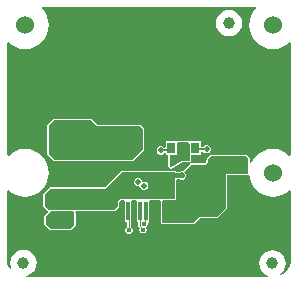
<source format=gtl>
G04*
G04 #@! TF.GenerationSoftware,Altium Limited,Altium Designer,23.4.1 (23)*
G04*
G04 Layer_Physical_Order=1*
G04 Layer_Color=255*
%FSLAX44Y44*%
%MOMM*%
G71*
G04*
G04 #@! TF.SameCoordinates,EFB48218-AA6A-4B24-80ED-B411BF601C35*
G04*
G04*
G04 #@! TF.FilePolarity,Positive*
G04*
G01*
G75*
%ADD11C,0.2000*%
%ADD12R,2.8000X0.5500*%
%ADD13R,1.1500X1.0000*%
%ADD14R,0.7500X0.9500*%
%ADD15R,2.8000X2.0500*%
%ADD16R,2.6000X0.9500*%
%ADD17R,1.0000X0.9000*%
%ADD18R,0.9500X2.6000*%
%ADD19R,2.4000X2.4000*%
%ADD20R,0.3000X1.6000*%
%ADD21R,2.4000X2.4000*%
%ADD37C,1.0000*%
%ADD38R,2.8000X1.0000*%
%ADD39C,0.4000*%
%ADD40C,0.3000*%
%ADD41C,0.1016*%
%ADD42C,1.5240*%
%ADD43C,0.4100*%
%ADD44C,0.5080*%
G36*
X90532Y139867D02*
X90663Y139136D01*
X88248Y136193D01*
X86387Y132710D01*
X85240Y128931D01*
X84853Y125000D01*
X85240Y121069D01*
X86387Y117290D01*
X88248Y113807D01*
X90754Y110754D01*
X93807Y108248D01*
X97290Y106387D01*
X101069Y105240D01*
X105000Y104853D01*
X108930Y105240D01*
X112710Y106387D01*
X116193Y108248D01*
X118826Y110409D01*
X120096Y109854D01*
X120096Y15145D01*
X118826Y14591D01*
X116193Y16752D01*
X112710Y18613D01*
X108930Y19760D01*
X105000Y20147D01*
X101069Y19760D01*
X97290Y18613D01*
X93807Y16752D01*
X90754Y14246D01*
X88248Y11193D01*
X86602Y8114D01*
X85332Y8432D01*
Y12250D01*
X85015Y13015D01*
X85015Y13015D01*
X83265Y14765D01*
X82500Y15082D01*
X52750D01*
X52750Y15082D01*
X51985Y14765D01*
X51985Y14765D01*
X48985Y11765D01*
X48668Y11000D01*
Y9198D01*
X47552Y8082D01*
X36396D01*
X36000Y8083D01*
X35899Y8120D01*
X35358Y9353D01*
X35582Y9895D01*
Y15250D01*
X44000D01*
Y17961D01*
X46033D01*
X46995Y16999D01*
X48296Y16460D01*
X49704D01*
X51005Y16999D01*
X52001Y17995D01*
X52540Y19296D01*
Y20704D01*
X52001Y22005D01*
X51005Y23001D01*
X49704Y23540D01*
X48296D01*
X46995Y23001D01*
X46033Y22039D01*
X44000D01*
Y26750D01*
X34500D01*
X34500Y26750D01*
X33245Y26786D01*
X33015Y27015D01*
X32250Y27332D01*
X24500D01*
X24500Y27332D01*
X23735Y27015D01*
X23469Y26750D01*
X14000D01*
Y21612D01*
X12730Y21276D01*
X12005Y22001D01*
X10704Y22540D01*
X9296D01*
X7995Y22001D01*
X6999Y21005D01*
X6460Y19704D01*
Y18296D01*
X6999Y16995D01*
X7995Y15999D01*
X9296Y15460D01*
X10704D01*
X12005Y15999D01*
X12730Y16724D01*
X14000Y16388D01*
Y15250D01*
X16418D01*
Y5251D01*
X16472Y5120D01*
X16452Y4980D01*
X16625Y4751D01*
X16735Y4485D01*
X16865Y4431D01*
X16951Y4318D01*
X18045Y3673D01*
X18185Y3654D01*
X18295Y3566D01*
X18581Y3598D01*
X18865Y3558D01*
X18978Y3643D01*
X19118Y3659D01*
X20095Y4200D01*
X20107D01*
X21228Y4664D01*
X21592Y5029D01*
X28425Y8813D01*
X34111D01*
X34500Y8813D01*
X34606Y8775D01*
X35009Y7540D01*
X34852Y7383D01*
X28989Y1520D01*
X28454Y1290D01*
X27046D01*
X25884Y809D01*
X22808D01*
X22515Y1515D01*
X21750Y1832D01*
X-22750D01*
X-22750Y1832D01*
X-23515Y1515D01*
X-23515Y1515D01*
X-37448Y-12418D01*
X-84000D01*
X-84765Y-12735D01*
X-84765Y-12735D01*
X-89015Y-16985D01*
X-89332Y-17750D01*
Y-28000D01*
X-89332Y-28000D01*
X-89015Y-28765D01*
X-86054Y-31727D01*
X-85846Y-32995D01*
X-85875Y-33345D01*
X-88265Y-35735D01*
X-88582Y-36500D01*
Y-43250D01*
X-88265Y-44015D01*
X-88265Y-44015D01*
X-84015Y-48265D01*
X-83250Y-48582D01*
X-66750D01*
X-66750Y-48582D01*
X-65985Y-48265D01*
X-62485Y-44765D01*
X-62168Y-44000D01*
Y-33750D01*
X-62168Y-33750D01*
X-62229Y-33602D01*
X-61724Y-32569D01*
X-61477Y-32332D01*
X-29500D01*
X-29500Y-32332D01*
X-28735Y-32015D01*
X-25485Y-28765D01*
X-25168Y-28000D01*
Y-24448D01*
X-24052Y-23332D01*
X-21191D01*
X-19995Y-23510D01*
X-19995Y-24602D01*
Y-41510D01*
X-18880D01*
Y-46316D01*
X-19586Y-47022D01*
X-20050Y-48143D01*
Y-49357D01*
X-19586Y-50478D01*
X-18728Y-51336D01*
X-17607Y-51800D01*
X-16393D01*
X-15272Y-51336D01*
X-14414Y-50478D01*
X-13950Y-49357D01*
Y-48143D01*
X-14414Y-47022D01*
X-15272Y-46164D01*
X-15615Y-46022D01*
Y-41510D01*
X-14995D01*
X-14995Y-23510D01*
X-13799Y-23332D01*
X-11191D01*
X-9995Y-23510D01*
X-9995Y-24602D01*
Y-41510D01*
X-9127D01*
Y-44946D01*
X-8649Y-46100D01*
X-7869Y-46880D01*
X-8096Y-47428D01*
Y-48642D01*
X-7632Y-49763D01*
X-6774Y-50620D01*
X-5653Y-51085D01*
X-4439D01*
X-3318Y-50620D01*
X-2460Y-49763D01*
X-1996Y-48642D01*
Y-47428D01*
X-2460Y-46307D01*
X-2333Y-45666D01*
X-2138Y-45586D01*
X-1280Y-44728D01*
X-816Y-43607D01*
Y-42393D01*
X-226Y-41510D01*
X5D01*
X5Y-23510D01*
X1201Y-23332D01*
X8809D01*
X9344Y-23412D01*
X9918Y-24500D01*
Y-41500D01*
X9918Y-41500D01*
X10235Y-42265D01*
X10235Y-42265D01*
X11235Y-43265D01*
X12000Y-43582D01*
X37500D01*
X37500Y-43583D01*
X38265Y-43265D01*
X38266Y-43265D01*
X43448Y-38082D01*
X57750D01*
X58515Y-37765D01*
X58515Y-37765D01*
X66015Y-30265D01*
X66332Y-29500D01*
Y-2082D01*
X83750D01*
X83750Y-2082D01*
X83781Y-2070D01*
X85130Y-2810D01*
X85240Y-3930D01*
X86387Y-7710D01*
X88248Y-11193D01*
X90754Y-14246D01*
X93807Y-16752D01*
X97290Y-18613D01*
X101069Y-19760D01*
X105000Y-20147D01*
X108930Y-19760D01*
X112710Y-18613D01*
X116193Y-16752D01*
X118826Y-14591D01*
X120096Y-15145D01*
X120096Y-73309D01*
X120096Y-73310D01*
X120096D01*
X120014Y-74546D01*
X119845Y-76263D01*
X118984Y-79102D01*
X117585Y-81719D01*
X115703Y-84013D01*
X113409Y-85895D01*
X111873Y-86716D01*
X111182Y-85645D01*
X112434Y-84684D01*
X114218Y-82360D01*
X115339Y-79654D01*
X115721Y-76750D01*
X115339Y-73846D01*
X114218Y-71139D01*
X112434Y-68816D01*
X110111Y-67032D01*
X107404Y-65911D01*
X104500Y-65529D01*
X101596Y-65911D01*
X98890Y-67032D01*
X96566Y-68816D01*
X94782Y-71139D01*
X93661Y-73846D01*
X93279Y-76750D01*
X93661Y-79654D01*
X94782Y-82360D01*
X96566Y-84684D01*
X98890Y-86468D01*
X100503Y-87136D01*
X100250Y-88406D01*
X-103622D01*
X-103705Y-87136D01*
X-103346Y-87089D01*
X-100639Y-85968D01*
X-98316Y-84184D01*
X-96532Y-81861D01*
X-95411Y-79154D01*
X-95029Y-76250D01*
X-95411Y-73346D01*
X-96532Y-70640D01*
X-98316Y-68316D01*
X-100639Y-66532D01*
X-103346Y-65411D01*
X-106250Y-65029D01*
X-109154Y-65411D01*
X-111861Y-66532D01*
X-114184Y-68316D01*
X-115968Y-70640D01*
X-117089Y-73346D01*
X-117471Y-76250D01*
X-117089Y-79154D01*
X-116636Y-80248D01*
X-117598Y-81243D01*
X-117900Y-81129D01*
X-118984Y-79102D01*
X-119845Y-76263D01*
X-120123Y-73445D01*
X-120096Y-73310D01*
Y-15146D01*
X-118826Y-14591D01*
X-116193Y-16752D01*
X-112710Y-18613D01*
X-108931Y-19760D01*
X-105000Y-20147D01*
X-101069Y-19760D01*
X-97290Y-18613D01*
X-93807Y-16752D01*
X-90754Y-14246D01*
X-88248Y-11193D01*
X-86387Y-7710D01*
X-85240Y-3930D01*
X-84853Y0D01*
X-85240Y3930D01*
X-86387Y7710D01*
X-88248Y11193D01*
X-90754Y14246D01*
X-93807Y16752D01*
X-97290Y18613D01*
X-101069Y19760D01*
X-105000Y20147D01*
X-108931Y19760D01*
X-112710Y18613D01*
X-116193Y16752D01*
X-118826Y14591D01*
X-120096Y15146D01*
Y109854D01*
X-118826Y110409D01*
X-116193Y108248D01*
X-112710Y106387D01*
X-108931Y105240D01*
X-105000Y104853D01*
X-101069Y105240D01*
X-97290Y106387D01*
X-93807Y108248D01*
X-90754Y110754D01*
X-88248Y113807D01*
X-86387Y117290D01*
X-85240Y121069D01*
X-84853Y125000D01*
X-85240Y128931D01*
X-86387Y132710D01*
X-88248Y136193D01*
X-90663Y139136D01*
X-90532Y139867D01*
X-90339Y140406D01*
X90339D01*
X90532Y139867D01*
D02*
G37*
G36*
X34500Y24000D02*
Y15250D01*
Y9895D01*
X28145D01*
X18594Y4606D01*
X17500Y5251D01*
Y15250D01*
X23750D01*
Y25500D01*
X24500Y26250D01*
X32250D01*
X34500Y24000D01*
D02*
G37*
G36*
X84250Y12250D02*
Y-500D01*
X83750Y-1000D01*
X65250D01*
Y-29500D01*
X57750Y-37000D01*
X43000D01*
X37500Y-42500D01*
X12000D01*
X11000Y-41500D01*
Y-24500D01*
X12168Y-23332D01*
X21750D01*
X22515Y-23015D01*
X22832Y-22250D01*
Y-6168D01*
X23691Y-5309D01*
X25884D01*
X27046Y-5790D01*
X28454D01*
X29755Y-5251D01*
X30751Y-4255D01*
X31290Y-2954D01*
Y-1546D01*
X30751Y-245D01*
X29755Y751D01*
X29755Y755D01*
X36000Y7000D01*
X48000D01*
X49750Y8750D01*
Y11000D01*
X52750Y14000D01*
X82500D01*
X84250Y12250D01*
D02*
G37*
G36*
X21750Y-22250D02*
X-24500D01*
X-26250Y-24000D01*
Y-28000D01*
X-29500Y-31250D01*
X-85000D01*
X-88250Y-28000D01*
Y-17750D01*
X-84000Y-13500D01*
X-37000D01*
X-22750Y750D01*
X21750D01*
Y-22250D01*
D02*
G37*
G36*
X-63250Y-33750D02*
Y-44000D01*
X-66750Y-47500D01*
X-83250D01*
X-87500Y-43250D01*
Y-36500D01*
X-83332Y-32332D01*
X-64668D01*
X-63250Y-33750D01*
D02*
G37*
%LPC*%
G36*
X67750Y137971D02*
X64846Y137589D01*
X62140Y136468D01*
X59816Y134684D01*
X58032Y132360D01*
X56911Y129654D01*
X56529Y126750D01*
X56911Y123846D01*
X58032Y121139D01*
X59816Y118816D01*
X62140Y117032D01*
X64846Y115911D01*
X67750Y115529D01*
X70654Y115911D01*
X73361Y117032D01*
X75684Y118816D01*
X77468Y121139D01*
X78589Y123846D01*
X78971Y126750D01*
X78589Y129654D01*
X77468Y132360D01*
X75684Y134684D01*
X73361Y136468D01*
X70654Y137589D01*
X67750Y137971D01*
D02*
G37*
G36*
X-80750Y45582D02*
X-81515Y45265D01*
Y45265D01*
X-85765Y41015D01*
X-85765Y41015D01*
X-86082Y40250D01*
Y15647D01*
X-85765Y14882D01*
X-85765Y14882D01*
X-81368Y10485D01*
X-81368Y10485D01*
X-80603Y10168D01*
X-13500D01*
X-12735Y10485D01*
X-12735Y10485D01*
X-4235Y18985D01*
X-3918Y19750D01*
Y37000D01*
X-3918Y37000D01*
X-4235Y37765D01*
X-6985Y40515D01*
X-7750Y40832D01*
X-43802D01*
X-48235Y45265D01*
X-49000Y45582D01*
X-80750D01*
X-80750Y45582D01*
D02*
G37*
%LPD*%
G36*
X-44250Y39750D02*
X-7750D01*
X-5000Y37000D01*
Y19750D01*
X-13500Y11250D01*
X-80603D01*
X-85000Y15647D01*
Y40250D01*
X-80750Y44500D01*
X-49000D01*
X-44250Y39750D01*
D02*
G37*
%LPC*%
G36*
X-8546Y-4210D02*
X-9954D01*
X-11255Y-4749D01*
X-12251Y-5745D01*
X-12790Y-7046D01*
Y-8454D01*
X-12251Y-9755D01*
X-11255Y-10751D01*
X-9954Y-11290D01*
X-8546D01*
X-7348Y-12168D01*
X-7001Y-13005D01*
X-6005Y-14001D01*
X-4704Y-14540D01*
X-3296D01*
X-1995Y-14001D01*
X-999Y-13005D01*
X-460Y-11704D01*
Y-10296D01*
X-999Y-8995D01*
X-1995Y-7999D01*
X-3296Y-7460D01*
X-4704D01*
X-4942Y-7559D01*
X-5710Y-7046D01*
X-6249Y-5745D01*
X-7245Y-4749D01*
X-8546Y-4210D01*
D02*
G37*
%LPD*%
D11*
X10750Y-12250D02*
X20750Y-2250D01*
X10000Y-12250D02*
X10750D01*
X-30750Y-20000D02*
X-23000Y-12250D01*
X-30750Y-20000D02*
X-21568D01*
X-39000D02*
X-30750D01*
X-42750Y-23750D02*
X-39000Y-20000D01*
X-21568D02*
X-20568Y-19000D01*
X-20000D01*
X-34500Y-23750D02*
X-30750Y-20000D01*
Y-14945D02*
X-25414Y-9610D01*
X-42750Y-23750D02*
X-34500D01*
X-30750Y-20000D02*
Y-14945D01*
X-70750Y-23750D02*
X-42750D01*
X-23000Y-12250D02*
X-18000D01*
X-14710Y-15540D02*
X6710D01*
X-18000Y-12250D02*
X-14710Y-15540D01*
X6710D02*
X10000Y-12250D01*
X7878Y-42877D02*
X8250Y-43250D01*
X7878Y-42877D02*
Y-32882D01*
X7505Y-32510D02*
X7878Y-32882D01*
X2627Y-43377D02*
Y-32632D01*
X2505Y-32510D02*
X2627Y-32632D01*
Y-43377D02*
X2750Y-43500D01*
X16750Y19000D02*
X18750Y21000D01*
X10000Y19000D02*
X16750D01*
X40250Y20000D02*
X49000D01*
X39250Y21000D02*
X40250Y20000D01*
X-12372Y-43878D02*
X-12250Y-44000D01*
X-12495Y-32510D02*
X-12372Y-32632D01*
Y-43878D02*
Y-32632D01*
X-22495Y-44000D02*
Y-32510D01*
X-22750Y-44000D02*
X-22495D01*
D12*
X-30250Y23500D02*
D03*
Y46000D02*
D03*
D13*
X33500Y-12250D02*
D03*
X10000D02*
D03*
D14*
X39250Y21000D02*
D03*
X29000D02*
D03*
X18750D02*
D03*
D15*
X29000Y38500D02*
D03*
D16*
X67750Y34250D02*
D03*
Y6250D02*
D03*
X-42750Y4250D02*
D03*
Y-23750D02*
D03*
X-70750Y4250D02*
D03*
Y-23750D02*
D03*
D17*
X-70250Y-38000D02*
D03*
Y-54000D02*
D03*
D18*
X77500Y-15750D02*
D03*
X49500D02*
D03*
D19*
X-43495Y-59010D02*
D03*
D20*
X22505Y-32510D02*
D03*
X17505D02*
D03*
X12505D02*
D03*
X7505D02*
D03*
X2505D02*
D03*
X-2495D02*
D03*
X-7495D02*
D03*
X-12495D02*
D03*
X-17495D02*
D03*
X-22495D02*
D03*
D21*
X43495Y-59010D02*
D03*
D37*
X-106250Y-76250D02*
D03*
X67750Y126750D02*
D03*
X104500Y-76750D02*
D03*
D38*
X-30250Y34750D02*
D03*
D39*
X20750Y-2250D02*
X27750D01*
D40*
X59500Y6250D02*
X67750D01*
X52000D02*
X59500D01*
X37750Y-8000D02*
X52000Y6250D01*
X37750Y-8750D02*
Y-8000D01*
X34250Y-12250D02*
X37750Y-8750D01*
X33500Y-12250D02*
X34250D01*
X49500Y-7500D02*
X56250Y-750D01*
X49500Y-15750D02*
Y-7500D01*
X56250Y-750D02*
Y3000D01*
X59500Y6250D01*
X40990Y-32510D02*
X49500Y-24000D01*
X22505Y-32510D02*
X40990D01*
X49500Y-24000D02*
Y-15750D01*
X17505Y-32510D02*
X22505D01*
X12505D02*
X17505D01*
D41*
X-7495Y-44946D02*
Y-32510D01*
Y-44946D02*
X-5046Y-47394D01*
X-3866Y-43000D02*
X-3276Y-42410D01*
Y-33291D01*
X-2495Y-32510D01*
X-5046Y-48035D02*
Y-47394D01*
X-17495Y-32510D02*
X-17247Y-32757D01*
Y-48502D02*
Y-32757D01*
Y-48502D02*
X-17000Y-48750D01*
D42*
X105000Y0D02*
D03*
Y125000D02*
D03*
X-105000D02*
D03*
D43*
X-91675Y107071D02*
D03*
X-75754Y92505D02*
D03*
X-65503Y109255D02*
D03*
X92505Y-69253D02*
D03*
X116506D02*
D03*
X79254Y119256D02*
D03*
X-94505Y-69503D02*
D03*
X55253Y119756D02*
D03*
X-117006Y-68253D02*
D03*
X-19500Y23500D02*
D03*
X-30250D02*
D03*
X-41250Y23750D02*
D03*
X-40000Y34000D02*
D03*
X-30000Y36000D02*
D03*
X-20000Y34000D02*
D03*
X18000Y43000D02*
D03*
X29000D02*
D03*
X40000D02*
D03*
Y33000D02*
D03*
X29000D02*
D03*
X18000D02*
D03*
X-10000Y26000D02*
D03*
Y35000D02*
D03*
X-56000Y28000D02*
D03*
X-68000Y40000D02*
D03*
Y28000D02*
D03*
X-56000Y40000D02*
D03*
X-54000Y15000D02*
D03*
X-62750D02*
D03*
X-72000D02*
D03*
X-80000Y18000D02*
D03*
Y29000D02*
D03*
Y40000D02*
D03*
X27000Y4000D02*
D03*
X111699Y78100D02*
D03*
Y48100D02*
D03*
Y-41900D02*
D03*
X104199Y93100D02*
D03*
X96699Y78100D02*
D03*
X104199Y63100D02*
D03*
X96699Y48100D02*
D03*
X104199Y33100D02*
D03*
Y-26900D02*
D03*
X96699Y-41900D02*
D03*
X104199Y-56900D02*
D03*
X81699Y108100D02*
D03*
X89199Y93100D02*
D03*
X81699Y78100D02*
D03*
X89199Y63100D02*
D03*
X81699Y48100D02*
D03*
X89199Y33100D02*
D03*
X81699Y18100D02*
D03*
X89199Y-26900D02*
D03*
X81699Y-41900D02*
D03*
X89199Y-56900D02*
D03*
X81699Y-71900D02*
D03*
X66700Y108100D02*
D03*
X74200Y93100D02*
D03*
X66700Y78100D02*
D03*
X74200Y63100D02*
D03*
X66700Y48100D02*
D03*
Y18100D02*
D03*
Y-41900D02*
D03*
X74200Y-56900D02*
D03*
X66700Y-71900D02*
D03*
X51700Y108100D02*
D03*
X59200Y93100D02*
D03*
X51700Y78100D02*
D03*
X59200Y63100D02*
D03*
X51700Y-41900D02*
D03*
X44200Y123100D02*
D03*
X36700Y108100D02*
D03*
X44200Y93100D02*
D03*
X36700Y78100D02*
D03*
X44200Y63100D02*
D03*
X29200Y123100D02*
D03*
X21700Y108100D02*
D03*
X29200Y93100D02*
D03*
X21700Y78100D02*
D03*
X29200Y63100D02*
D03*
X21700Y-71900D02*
D03*
X14200Y123100D02*
D03*
X6700Y108100D02*
D03*
X14200Y93100D02*
D03*
X6700Y78100D02*
D03*
X14200Y63100D02*
D03*
Y-56900D02*
D03*
X6700Y-71900D02*
D03*
X-800Y123100D02*
D03*
X-8300Y108100D02*
D03*
X-800Y93100D02*
D03*
X-8300Y78100D02*
D03*
X-800Y63100D02*
D03*
X-8300Y-71900D02*
D03*
X-15800Y123100D02*
D03*
X-23300Y108100D02*
D03*
X-15800Y93100D02*
D03*
X-23300Y78100D02*
D03*
X-15800Y63100D02*
D03*
Y-56900D02*
D03*
X-23300Y-71900D02*
D03*
X-30800Y123100D02*
D03*
X-38300Y108100D02*
D03*
X-30800Y93100D02*
D03*
X-38300Y78100D02*
D03*
X-30800Y63100D02*
D03*
X-45800Y123100D02*
D03*
X-53300Y108100D02*
D03*
X-45800Y93100D02*
D03*
X-53300Y78100D02*
D03*
X-45800Y63100D02*
D03*
X-53300Y-41900D02*
D03*
X-60800Y123100D02*
D03*
Y93100D02*
D03*
X-68300Y78100D02*
D03*
X-60800Y63100D02*
D03*
X-68300Y-71900D02*
D03*
X-75800Y123100D02*
D03*
X-83300Y78100D02*
D03*
X-75800Y63100D02*
D03*
X-83300Y48100D02*
D03*
Y-71900D02*
D03*
X-90800Y93100D02*
D03*
X-98300Y78100D02*
D03*
X-90800Y63100D02*
D03*
X-98300Y48100D02*
D03*
X-90800Y33100D02*
D03*
X-98300Y-41900D02*
D03*
X-90800Y-56900D02*
D03*
X-105800Y93100D02*
D03*
X-113300Y78100D02*
D03*
X-105800Y63100D02*
D03*
X-113300Y48100D02*
D03*
X-105800Y33100D02*
D03*
Y-26900D02*
D03*
X-113300Y-41900D02*
D03*
X-105800Y-56900D02*
D03*
X-25414Y-9610D02*
D03*
X-30000Y53000D02*
D03*
X-10000D02*
D03*
X-50000D02*
D03*
X-20000D02*
D03*
X-40000D02*
D03*
X50000Y28000D02*
D03*
Y38000D02*
D03*
Y48000D02*
D03*
X45000Y53000D02*
D03*
X35000D02*
D03*
X25000D02*
D03*
X15000D02*
D03*
X10000Y48000D02*
D03*
Y38000D02*
D03*
Y28000D02*
D03*
X8250Y-43250D02*
D03*
X2750Y-43500D02*
D03*
X-3866Y-43000D02*
D03*
X-61250Y-4250D02*
D03*
X-80000Y-3930D02*
D03*
X-41750Y-3750D02*
D03*
X-54250Y-4250D02*
D03*
X-61500Y-50750D02*
D03*
X-78500Y-54250D02*
D03*
X-70250Y-61750D02*
D03*
X19500Y7250D02*
D03*
X20000Y12500D02*
D03*
X30500Y13000D02*
D03*
X25000D02*
D03*
X-12000Y18000D02*
D03*
X-20000Y15000D02*
D03*
X-29000D02*
D03*
X-38000D02*
D03*
X-46000D02*
D03*
X-78750Y-39750D02*
D03*
X-79250Y-44750D02*
D03*
X-84500Y-41500D02*
D03*
X-82750Y-36000D02*
D03*
X-20000Y-19000D02*
D03*
X-25000Y-16000D02*
D03*
X-5046Y-48035D02*
D03*
X-17000Y-48750D02*
D03*
X-12250Y-44000D02*
D03*
X28000Y-58500D02*
D03*
X44000Y-74750D02*
D03*
X60000Y-58250D02*
D03*
X43750Y-43250D02*
D03*
X-43750Y-74500D02*
D03*
X-59000Y-58500D02*
D03*
X-43000Y-43500D02*
D03*
X-27500Y-59000D02*
D03*
X-22750Y-44000D02*
D03*
D44*
X27750Y-2250D02*
D03*
X-4000Y-11000D02*
D03*
X-9250Y-7750D02*
D03*
X49000Y20000D02*
D03*
X10000Y19000D02*
D03*
M02*

</source>
